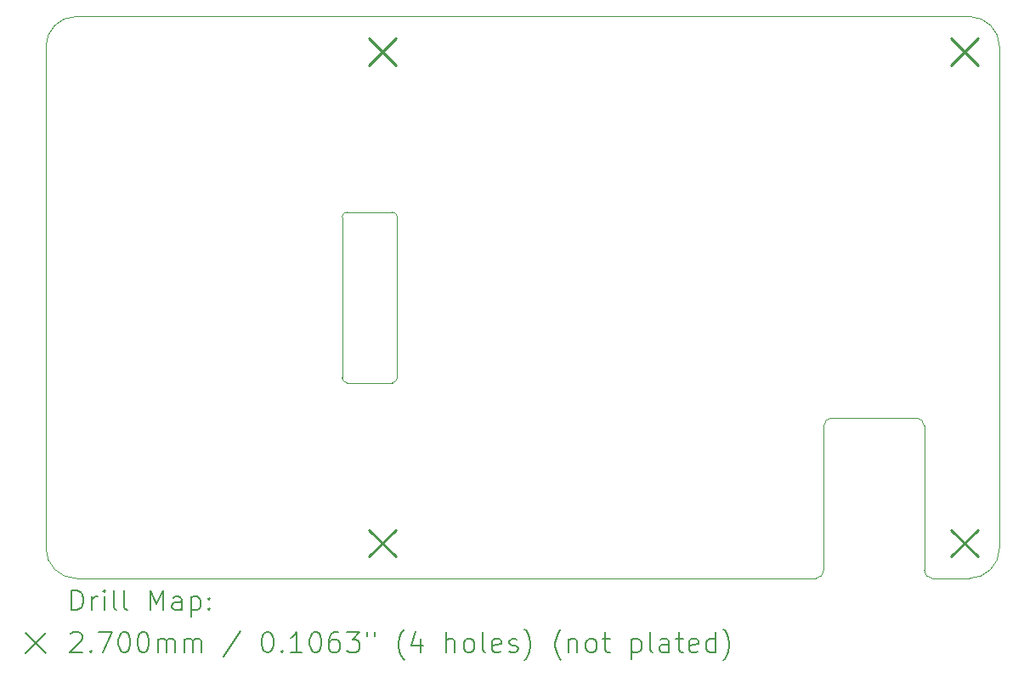
<source format=gbr>
%TF.GenerationSoftware,KiCad,Pcbnew,9.0.1-1.fc42*%
%TF.CreationDate,2025-05-14T23:42:57-05:00*%
%TF.ProjectId,cerebellum,63657265-6265-46c6-9c75-6d2e6b696361,rev?*%
%TF.SameCoordinates,Original*%
%TF.FileFunction,Drillmap*%
%TF.FilePolarity,Positive*%
%FSLAX45Y45*%
G04 Gerber Fmt 4.5, Leading zero omitted, Abs format (unit mm)*
G04 Created by KiCad (PCBNEW 9.0.1-1.fc42) date 2025-05-14 23:42:57*
%MOMM*%
%LPD*%
G01*
G04 APERTURE LIST*
%ADD10C,0.100000*%
%ADD11C,0.200000*%
%ADD12C,0.270000*%
G04 APERTURE END LIST*
D10*
X15830000Y-10000000D02*
G75*
G02*
X15750000Y-9920000I0J80000D01*
G01*
X16200000Y-4400000D02*
G75*
G02*
X16500000Y-4700000I0J-300000D01*
G01*
X16500000Y-9700000D02*
X16500000Y-4700000D01*
X14670000Y-10000000D02*
X7300000Y-10000000D01*
X15670000Y-8400000D02*
G75*
G02*
X15750000Y-8480000I0J-80000D01*
G01*
X14750000Y-9920000D02*
G75*
G02*
X14670000Y-10000000I-80000J0D01*
G01*
X7000000Y-4700000D02*
X7000000Y-9700000D01*
X10000000Y-8050000D02*
G75*
G02*
X9950000Y-8000000I0J50000D01*
G01*
X14750000Y-8480000D02*
X14750000Y-9920000D01*
X9950000Y-6400000D02*
X9950000Y-8000000D01*
X16200000Y-10000000D02*
X15830000Y-10000000D01*
X15750000Y-9920000D02*
X15750000Y-8480000D01*
X10450000Y-8050000D02*
X10000000Y-8050000D01*
X7000000Y-4700000D02*
G75*
G02*
X7300000Y-4400000I300000J0D01*
G01*
X16500000Y-9700000D02*
G75*
G02*
X16200000Y-10000000I-300000J0D01*
G01*
X10500000Y-6400000D02*
X10500000Y-8000000D01*
X9950000Y-6400000D02*
G75*
G02*
X10000000Y-6350000I50000J0D01*
G01*
X14750000Y-8480000D02*
G75*
G02*
X14830000Y-8400000I80000J0D01*
G01*
X7300000Y-10000000D02*
G75*
G02*
X7000000Y-9700000I0J300000D01*
G01*
X10000000Y-6350000D02*
X10450000Y-6350000D01*
X15670000Y-8400000D02*
X14830000Y-8400000D01*
X10500000Y-8000000D02*
G75*
G02*
X10450000Y-8050000I-50000J0D01*
G01*
X10450000Y-6350000D02*
G75*
G02*
X10500000Y-6400000I0J-50000D01*
G01*
X16200000Y-4400000D02*
X7300000Y-4400000D01*
D11*
D12*
X10215000Y-4615000D02*
X10485000Y-4885000D01*
X10485000Y-4615000D02*
X10215000Y-4885000D01*
X10215000Y-9515000D02*
X10485000Y-9785000D01*
X10485000Y-9515000D02*
X10215000Y-9785000D01*
X16015000Y-4615000D02*
X16285000Y-4885000D01*
X16285000Y-4615000D02*
X16015000Y-4885000D01*
X16015000Y-9515000D02*
X16285000Y-9785000D01*
X16285000Y-9515000D02*
X16015000Y-9785000D01*
D11*
X7255777Y-10316484D02*
X7255777Y-10116484D01*
X7255777Y-10116484D02*
X7303396Y-10116484D01*
X7303396Y-10116484D02*
X7331967Y-10126008D01*
X7331967Y-10126008D02*
X7351015Y-10145055D01*
X7351015Y-10145055D02*
X7360539Y-10164103D01*
X7360539Y-10164103D02*
X7370062Y-10202198D01*
X7370062Y-10202198D02*
X7370062Y-10230770D01*
X7370062Y-10230770D02*
X7360539Y-10268865D01*
X7360539Y-10268865D02*
X7351015Y-10287912D01*
X7351015Y-10287912D02*
X7331967Y-10306960D01*
X7331967Y-10306960D02*
X7303396Y-10316484D01*
X7303396Y-10316484D02*
X7255777Y-10316484D01*
X7455777Y-10316484D02*
X7455777Y-10183150D01*
X7455777Y-10221246D02*
X7465301Y-10202198D01*
X7465301Y-10202198D02*
X7474824Y-10192674D01*
X7474824Y-10192674D02*
X7493872Y-10183150D01*
X7493872Y-10183150D02*
X7512920Y-10183150D01*
X7579586Y-10316484D02*
X7579586Y-10183150D01*
X7579586Y-10116484D02*
X7570062Y-10126008D01*
X7570062Y-10126008D02*
X7579586Y-10135531D01*
X7579586Y-10135531D02*
X7589110Y-10126008D01*
X7589110Y-10126008D02*
X7579586Y-10116484D01*
X7579586Y-10116484D02*
X7579586Y-10135531D01*
X7703396Y-10316484D02*
X7684348Y-10306960D01*
X7684348Y-10306960D02*
X7674824Y-10287912D01*
X7674824Y-10287912D02*
X7674824Y-10116484D01*
X7808158Y-10316484D02*
X7789110Y-10306960D01*
X7789110Y-10306960D02*
X7779586Y-10287912D01*
X7779586Y-10287912D02*
X7779586Y-10116484D01*
X8036729Y-10316484D02*
X8036729Y-10116484D01*
X8036729Y-10116484D02*
X8103396Y-10259341D01*
X8103396Y-10259341D02*
X8170062Y-10116484D01*
X8170062Y-10116484D02*
X8170062Y-10316484D01*
X8351015Y-10316484D02*
X8351015Y-10211722D01*
X8351015Y-10211722D02*
X8341491Y-10192674D01*
X8341491Y-10192674D02*
X8322443Y-10183150D01*
X8322443Y-10183150D02*
X8284348Y-10183150D01*
X8284348Y-10183150D02*
X8265301Y-10192674D01*
X8351015Y-10306960D02*
X8331967Y-10316484D01*
X8331967Y-10316484D02*
X8284348Y-10316484D01*
X8284348Y-10316484D02*
X8265301Y-10306960D01*
X8265301Y-10306960D02*
X8255777Y-10287912D01*
X8255777Y-10287912D02*
X8255777Y-10268865D01*
X8255777Y-10268865D02*
X8265301Y-10249817D01*
X8265301Y-10249817D02*
X8284348Y-10240293D01*
X8284348Y-10240293D02*
X8331967Y-10240293D01*
X8331967Y-10240293D02*
X8351015Y-10230770D01*
X8446253Y-10183150D02*
X8446253Y-10383150D01*
X8446253Y-10192674D02*
X8465301Y-10183150D01*
X8465301Y-10183150D02*
X8503396Y-10183150D01*
X8503396Y-10183150D02*
X8522444Y-10192674D01*
X8522444Y-10192674D02*
X8531967Y-10202198D01*
X8531967Y-10202198D02*
X8541491Y-10221246D01*
X8541491Y-10221246D02*
X8541491Y-10278389D01*
X8541491Y-10278389D02*
X8531967Y-10297436D01*
X8531967Y-10297436D02*
X8522444Y-10306960D01*
X8522444Y-10306960D02*
X8503396Y-10316484D01*
X8503396Y-10316484D02*
X8465301Y-10316484D01*
X8465301Y-10316484D02*
X8446253Y-10306960D01*
X8627205Y-10297436D02*
X8636729Y-10306960D01*
X8636729Y-10306960D02*
X8627205Y-10316484D01*
X8627205Y-10316484D02*
X8617682Y-10306960D01*
X8617682Y-10306960D02*
X8627205Y-10297436D01*
X8627205Y-10297436D02*
X8627205Y-10316484D01*
X8627205Y-10192674D02*
X8636729Y-10202198D01*
X8636729Y-10202198D02*
X8627205Y-10211722D01*
X8627205Y-10211722D02*
X8617682Y-10202198D01*
X8617682Y-10202198D02*
X8627205Y-10192674D01*
X8627205Y-10192674D02*
X8627205Y-10211722D01*
X6795000Y-10545000D02*
X6995000Y-10745000D01*
X6995000Y-10545000D02*
X6795000Y-10745000D01*
X7246253Y-10555531D02*
X7255777Y-10546008D01*
X7255777Y-10546008D02*
X7274824Y-10536484D01*
X7274824Y-10536484D02*
X7322443Y-10536484D01*
X7322443Y-10536484D02*
X7341491Y-10546008D01*
X7341491Y-10546008D02*
X7351015Y-10555531D01*
X7351015Y-10555531D02*
X7360539Y-10574579D01*
X7360539Y-10574579D02*
X7360539Y-10593627D01*
X7360539Y-10593627D02*
X7351015Y-10622198D01*
X7351015Y-10622198D02*
X7236729Y-10736484D01*
X7236729Y-10736484D02*
X7360539Y-10736484D01*
X7446253Y-10717436D02*
X7455777Y-10726960D01*
X7455777Y-10726960D02*
X7446253Y-10736484D01*
X7446253Y-10736484D02*
X7436729Y-10726960D01*
X7436729Y-10726960D02*
X7446253Y-10717436D01*
X7446253Y-10717436D02*
X7446253Y-10736484D01*
X7522443Y-10536484D02*
X7655777Y-10536484D01*
X7655777Y-10536484D02*
X7570062Y-10736484D01*
X7770062Y-10536484D02*
X7789110Y-10536484D01*
X7789110Y-10536484D02*
X7808158Y-10546008D01*
X7808158Y-10546008D02*
X7817682Y-10555531D01*
X7817682Y-10555531D02*
X7827205Y-10574579D01*
X7827205Y-10574579D02*
X7836729Y-10612674D01*
X7836729Y-10612674D02*
X7836729Y-10660293D01*
X7836729Y-10660293D02*
X7827205Y-10698389D01*
X7827205Y-10698389D02*
X7817682Y-10717436D01*
X7817682Y-10717436D02*
X7808158Y-10726960D01*
X7808158Y-10726960D02*
X7789110Y-10736484D01*
X7789110Y-10736484D02*
X7770062Y-10736484D01*
X7770062Y-10736484D02*
X7751015Y-10726960D01*
X7751015Y-10726960D02*
X7741491Y-10717436D01*
X7741491Y-10717436D02*
X7731967Y-10698389D01*
X7731967Y-10698389D02*
X7722443Y-10660293D01*
X7722443Y-10660293D02*
X7722443Y-10612674D01*
X7722443Y-10612674D02*
X7731967Y-10574579D01*
X7731967Y-10574579D02*
X7741491Y-10555531D01*
X7741491Y-10555531D02*
X7751015Y-10546008D01*
X7751015Y-10546008D02*
X7770062Y-10536484D01*
X7960539Y-10536484D02*
X7979586Y-10536484D01*
X7979586Y-10536484D02*
X7998634Y-10546008D01*
X7998634Y-10546008D02*
X8008158Y-10555531D01*
X8008158Y-10555531D02*
X8017682Y-10574579D01*
X8017682Y-10574579D02*
X8027205Y-10612674D01*
X8027205Y-10612674D02*
X8027205Y-10660293D01*
X8027205Y-10660293D02*
X8017682Y-10698389D01*
X8017682Y-10698389D02*
X8008158Y-10717436D01*
X8008158Y-10717436D02*
X7998634Y-10726960D01*
X7998634Y-10726960D02*
X7979586Y-10736484D01*
X7979586Y-10736484D02*
X7960539Y-10736484D01*
X7960539Y-10736484D02*
X7941491Y-10726960D01*
X7941491Y-10726960D02*
X7931967Y-10717436D01*
X7931967Y-10717436D02*
X7922443Y-10698389D01*
X7922443Y-10698389D02*
X7912920Y-10660293D01*
X7912920Y-10660293D02*
X7912920Y-10612674D01*
X7912920Y-10612674D02*
X7922443Y-10574579D01*
X7922443Y-10574579D02*
X7931967Y-10555531D01*
X7931967Y-10555531D02*
X7941491Y-10546008D01*
X7941491Y-10546008D02*
X7960539Y-10536484D01*
X8112920Y-10736484D02*
X8112920Y-10603150D01*
X8112920Y-10622198D02*
X8122443Y-10612674D01*
X8122443Y-10612674D02*
X8141491Y-10603150D01*
X8141491Y-10603150D02*
X8170063Y-10603150D01*
X8170063Y-10603150D02*
X8189110Y-10612674D01*
X8189110Y-10612674D02*
X8198634Y-10631722D01*
X8198634Y-10631722D02*
X8198634Y-10736484D01*
X8198634Y-10631722D02*
X8208158Y-10612674D01*
X8208158Y-10612674D02*
X8227205Y-10603150D01*
X8227205Y-10603150D02*
X8255777Y-10603150D01*
X8255777Y-10603150D02*
X8274824Y-10612674D01*
X8274824Y-10612674D02*
X8284348Y-10631722D01*
X8284348Y-10631722D02*
X8284348Y-10736484D01*
X8379586Y-10736484D02*
X8379586Y-10603150D01*
X8379586Y-10622198D02*
X8389110Y-10612674D01*
X8389110Y-10612674D02*
X8408158Y-10603150D01*
X8408158Y-10603150D02*
X8436729Y-10603150D01*
X8436729Y-10603150D02*
X8455777Y-10612674D01*
X8455777Y-10612674D02*
X8465301Y-10631722D01*
X8465301Y-10631722D02*
X8465301Y-10736484D01*
X8465301Y-10631722D02*
X8474825Y-10612674D01*
X8474825Y-10612674D02*
X8493872Y-10603150D01*
X8493872Y-10603150D02*
X8522444Y-10603150D01*
X8522444Y-10603150D02*
X8541491Y-10612674D01*
X8541491Y-10612674D02*
X8551015Y-10631722D01*
X8551015Y-10631722D02*
X8551015Y-10736484D01*
X8941491Y-10526960D02*
X8770063Y-10784103D01*
X9198634Y-10536484D02*
X9217682Y-10536484D01*
X9217682Y-10536484D02*
X9236729Y-10546008D01*
X9236729Y-10546008D02*
X9246253Y-10555531D01*
X9246253Y-10555531D02*
X9255777Y-10574579D01*
X9255777Y-10574579D02*
X9265301Y-10612674D01*
X9265301Y-10612674D02*
X9265301Y-10660293D01*
X9265301Y-10660293D02*
X9255777Y-10698389D01*
X9255777Y-10698389D02*
X9246253Y-10717436D01*
X9246253Y-10717436D02*
X9236729Y-10726960D01*
X9236729Y-10726960D02*
X9217682Y-10736484D01*
X9217682Y-10736484D02*
X9198634Y-10736484D01*
X9198634Y-10736484D02*
X9179587Y-10726960D01*
X9179587Y-10726960D02*
X9170063Y-10717436D01*
X9170063Y-10717436D02*
X9160539Y-10698389D01*
X9160539Y-10698389D02*
X9151015Y-10660293D01*
X9151015Y-10660293D02*
X9151015Y-10612674D01*
X9151015Y-10612674D02*
X9160539Y-10574579D01*
X9160539Y-10574579D02*
X9170063Y-10555531D01*
X9170063Y-10555531D02*
X9179587Y-10546008D01*
X9179587Y-10546008D02*
X9198634Y-10536484D01*
X9351015Y-10717436D02*
X9360539Y-10726960D01*
X9360539Y-10726960D02*
X9351015Y-10736484D01*
X9351015Y-10736484D02*
X9341491Y-10726960D01*
X9341491Y-10726960D02*
X9351015Y-10717436D01*
X9351015Y-10717436D02*
X9351015Y-10736484D01*
X9551015Y-10736484D02*
X9436729Y-10736484D01*
X9493872Y-10736484D02*
X9493872Y-10536484D01*
X9493872Y-10536484D02*
X9474825Y-10565055D01*
X9474825Y-10565055D02*
X9455777Y-10584103D01*
X9455777Y-10584103D02*
X9436729Y-10593627D01*
X9674825Y-10536484D02*
X9693872Y-10536484D01*
X9693872Y-10536484D02*
X9712920Y-10546008D01*
X9712920Y-10546008D02*
X9722444Y-10555531D01*
X9722444Y-10555531D02*
X9731968Y-10574579D01*
X9731968Y-10574579D02*
X9741491Y-10612674D01*
X9741491Y-10612674D02*
X9741491Y-10660293D01*
X9741491Y-10660293D02*
X9731968Y-10698389D01*
X9731968Y-10698389D02*
X9722444Y-10717436D01*
X9722444Y-10717436D02*
X9712920Y-10726960D01*
X9712920Y-10726960D02*
X9693872Y-10736484D01*
X9693872Y-10736484D02*
X9674825Y-10736484D01*
X9674825Y-10736484D02*
X9655777Y-10726960D01*
X9655777Y-10726960D02*
X9646253Y-10717436D01*
X9646253Y-10717436D02*
X9636729Y-10698389D01*
X9636729Y-10698389D02*
X9627206Y-10660293D01*
X9627206Y-10660293D02*
X9627206Y-10612674D01*
X9627206Y-10612674D02*
X9636729Y-10574579D01*
X9636729Y-10574579D02*
X9646253Y-10555531D01*
X9646253Y-10555531D02*
X9655777Y-10546008D01*
X9655777Y-10546008D02*
X9674825Y-10536484D01*
X9912920Y-10536484D02*
X9874825Y-10536484D01*
X9874825Y-10536484D02*
X9855777Y-10546008D01*
X9855777Y-10546008D02*
X9846253Y-10555531D01*
X9846253Y-10555531D02*
X9827206Y-10584103D01*
X9827206Y-10584103D02*
X9817682Y-10622198D01*
X9817682Y-10622198D02*
X9817682Y-10698389D01*
X9817682Y-10698389D02*
X9827206Y-10717436D01*
X9827206Y-10717436D02*
X9836729Y-10726960D01*
X9836729Y-10726960D02*
X9855777Y-10736484D01*
X9855777Y-10736484D02*
X9893872Y-10736484D01*
X9893872Y-10736484D02*
X9912920Y-10726960D01*
X9912920Y-10726960D02*
X9922444Y-10717436D01*
X9922444Y-10717436D02*
X9931968Y-10698389D01*
X9931968Y-10698389D02*
X9931968Y-10650770D01*
X9931968Y-10650770D02*
X9922444Y-10631722D01*
X9922444Y-10631722D02*
X9912920Y-10622198D01*
X9912920Y-10622198D02*
X9893872Y-10612674D01*
X9893872Y-10612674D02*
X9855777Y-10612674D01*
X9855777Y-10612674D02*
X9836729Y-10622198D01*
X9836729Y-10622198D02*
X9827206Y-10631722D01*
X9827206Y-10631722D02*
X9817682Y-10650770D01*
X9998634Y-10536484D02*
X10122444Y-10536484D01*
X10122444Y-10536484D02*
X10055777Y-10612674D01*
X10055777Y-10612674D02*
X10084349Y-10612674D01*
X10084349Y-10612674D02*
X10103396Y-10622198D01*
X10103396Y-10622198D02*
X10112920Y-10631722D01*
X10112920Y-10631722D02*
X10122444Y-10650770D01*
X10122444Y-10650770D02*
X10122444Y-10698389D01*
X10122444Y-10698389D02*
X10112920Y-10717436D01*
X10112920Y-10717436D02*
X10103396Y-10726960D01*
X10103396Y-10726960D02*
X10084349Y-10736484D01*
X10084349Y-10736484D02*
X10027206Y-10736484D01*
X10027206Y-10736484D02*
X10008158Y-10726960D01*
X10008158Y-10726960D02*
X9998634Y-10717436D01*
X10198634Y-10536484D02*
X10198634Y-10574579D01*
X10274825Y-10536484D02*
X10274825Y-10574579D01*
X10570063Y-10812674D02*
X10560539Y-10803150D01*
X10560539Y-10803150D02*
X10541491Y-10774579D01*
X10541491Y-10774579D02*
X10531968Y-10755531D01*
X10531968Y-10755531D02*
X10522444Y-10726960D01*
X10522444Y-10726960D02*
X10512920Y-10679341D01*
X10512920Y-10679341D02*
X10512920Y-10641246D01*
X10512920Y-10641246D02*
X10522444Y-10593627D01*
X10522444Y-10593627D02*
X10531968Y-10565055D01*
X10531968Y-10565055D02*
X10541491Y-10546008D01*
X10541491Y-10546008D02*
X10560539Y-10517436D01*
X10560539Y-10517436D02*
X10570063Y-10507912D01*
X10731968Y-10603150D02*
X10731968Y-10736484D01*
X10684349Y-10526960D02*
X10636730Y-10669817D01*
X10636730Y-10669817D02*
X10760539Y-10669817D01*
X10989111Y-10736484D02*
X10989111Y-10536484D01*
X11074825Y-10736484D02*
X11074825Y-10631722D01*
X11074825Y-10631722D02*
X11065301Y-10612674D01*
X11065301Y-10612674D02*
X11046253Y-10603150D01*
X11046253Y-10603150D02*
X11017682Y-10603150D01*
X11017682Y-10603150D02*
X10998634Y-10612674D01*
X10998634Y-10612674D02*
X10989111Y-10622198D01*
X11198634Y-10736484D02*
X11179587Y-10726960D01*
X11179587Y-10726960D02*
X11170063Y-10717436D01*
X11170063Y-10717436D02*
X11160539Y-10698389D01*
X11160539Y-10698389D02*
X11160539Y-10641246D01*
X11160539Y-10641246D02*
X11170063Y-10622198D01*
X11170063Y-10622198D02*
X11179587Y-10612674D01*
X11179587Y-10612674D02*
X11198634Y-10603150D01*
X11198634Y-10603150D02*
X11227206Y-10603150D01*
X11227206Y-10603150D02*
X11246253Y-10612674D01*
X11246253Y-10612674D02*
X11255777Y-10622198D01*
X11255777Y-10622198D02*
X11265301Y-10641246D01*
X11265301Y-10641246D02*
X11265301Y-10698389D01*
X11265301Y-10698389D02*
X11255777Y-10717436D01*
X11255777Y-10717436D02*
X11246253Y-10726960D01*
X11246253Y-10726960D02*
X11227206Y-10736484D01*
X11227206Y-10736484D02*
X11198634Y-10736484D01*
X11379587Y-10736484D02*
X11360539Y-10726960D01*
X11360539Y-10726960D02*
X11351015Y-10707912D01*
X11351015Y-10707912D02*
X11351015Y-10536484D01*
X11531968Y-10726960D02*
X11512920Y-10736484D01*
X11512920Y-10736484D02*
X11474825Y-10736484D01*
X11474825Y-10736484D02*
X11455777Y-10726960D01*
X11455777Y-10726960D02*
X11446253Y-10707912D01*
X11446253Y-10707912D02*
X11446253Y-10631722D01*
X11446253Y-10631722D02*
X11455777Y-10612674D01*
X11455777Y-10612674D02*
X11474825Y-10603150D01*
X11474825Y-10603150D02*
X11512920Y-10603150D01*
X11512920Y-10603150D02*
X11531968Y-10612674D01*
X11531968Y-10612674D02*
X11541491Y-10631722D01*
X11541491Y-10631722D02*
X11541491Y-10650770D01*
X11541491Y-10650770D02*
X11446253Y-10669817D01*
X11617682Y-10726960D02*
X11636730Y-10736484D01*
X11636730Y-10736484D02*
X11674825Y-10736484D01*
X11674825Y-10736484D02*
X11693872Y-10726960D01*
X11693872Y-10726960D02*
X11703396Y-10707912D01*
X11703396Y-10707912D02*
X11703396Y-10698389D01*
X11703396Y-10698389D02*
X11693872Y-10679341D01*
X11693872Y-10679341D02*
X11674825Y-10669817D01*
X11674825Y-10669817D02*
X11646253Y-10669817D01*
X11646253Y-10669817D02*
X11627206Y-10660293D01*
X11627206Y-10660293D02*
X11617682Y-10641246D01*
X11617682Y-10641246D02*
X11617682Y-10631722D01*
X11617682Y-10631722D02*
X11627206Y-10612674D01*
X11627206Y-10612674D02*
X11646253Y-10603150D01*
X11646253Y-10603150D02*
X11674825Y-10603150D01*
X11674825Y-10603150D02*
X11693872Y-10612674D01*
X11770063Y-10812674D02*
X11779587Y-10803150D01*
X11779587Y-10803150D02*
X11798634Y-10774579D01*
X11798634Y-10774579D02*
X11808158Y-10755531D01*
X11808158Y-10755531D02*
X11817682Y-10726960D01*
X11817682Y-10726960D02*
X11827206Y-10679341D01*
X11827206Y-10679341D02*
X11827206Y-10641246D01*
X11827206Y-10641246D02*
X11817682Y-10593627D01*
X11817682Y-10593627D02*
X11808158Y-10565055D01*
X11808158Y-10565055D02*
X11798634Y-10546008D01*
X11798634Y-10546008D02*
X11779587Y-10517436D01*
X11779587Y-10517436D02*
X11770063Y-10507912D01*
X12131968Y-10812674D02*
X12122444Y-10803150D01*
X12122444Y-10803150D02*
X12103396Y-10774579D01*
X12103396Y-10774579D02*
X12093872Y-10755531D01*
X12093872Y-10755531D02*
X12084349Y-10726960D01*
X12084349Y-10726960D02*
X12074825Y-10679341D01*
X12074825Y-10679341D02*
X12074825Y-10641246D01*
X12074825Y-10641246D02*
X12084349Y-10593627D01*
X12084349Y-10593627D02*
X12093872Y-10565055D01*
X12093872Y-10565055D02*
X12103396Y-10546008D01*
X12103396Y-10546008D02*
X12122444Y-10517436D01*
X12122444Y-10517436D02*
X12131968Y-10507912D01*
X12208158Y-10603150D02*
X12208158Y-10736484D01*
X12208158Y-10622198D02*
X12217682Y-10612674D01*
X12217682Y-10612674D02*
X12236730Y-10603150D01*
X12236730Y-10603150D02*
X12265301Y-10603150D01*
X12265301Y-10603150D02*
X12284349Y-10612674D01*
X12284349Y-10612674D02*
X12293872Y-10631722D01*
X12293872Y-10631722D02*
X12293872Y-10736484D01*
X12417682Y-10736484D02*
X12398634Y-10726960D01*
X12398634Y-10726960D02*
X12389111Y-10717436D01*
X12389111Y-10717436D02*
X12379587Y-10698389D01*
X12379587Y-10698389D02*
X12379587Y-10641246D01*
X12379587Y-10641246D02*
X12389111Y-10622198D01*
X12389111Y-10622198D02*
X12398634Y-10612674D01*
X12398634Y-10612674D02*
X12417682Y-10603150D01*
X12417682Y-10603150D02*
X12446253Y-10603150D01*
X12446253Y-10603150D02*
X12465301Y-10612674D01*
X12465301Y-10612674D02*
X12474825Y-10622198D01*
X12474825Y-10622198D02*
X12484349Y-10641246D01*
X12484349Y-10641246D02*
X12484349Y-10698389D01*
X12484349Y-10698389D02*
X12474825Y-10717436D01*
X12474825Y-10717436D02*
X12465301Y-10726960D01*
X12465301Y-10726960D02*
X12446253Y-10736484D01*
X12446253Y-10736484D02*
X12417682Y-10736484D01*
X12541492Y-10603150D02*
X12617682Y-10603150D01*
X12570063Y-10536484D02*
X12570063Y-10707912D01*
X12570063Y-10707912D02*
X12579587Y-10726960D01*
X12579587Y-10726960D02*
X12598634Y-10736484D01*
X12598634Y-10736484D02*
X12617682Y-10736484D01*
X12836730Y-10603150D02*
X12836730Y-10803150D01*
X12836730Y-10612674D02*
X12855777Y-10603150D01*
X12855777Y-10603150D02*
X12893873Y-10603150D01*
X12893873Y-10603150D02*
X12912920Y-10612674D01*
X12912920Y-10612674D02*
X12922444Y-10622198D01*
X12922444Y-10622198D02*
X12931968Y-10641246D01*
X12931968Y-10641246D02*
X12931968Y-10698389D01*
X12931968Y-10698389D02*
X12922444Y-10717436D01*
X12922444Y-10717436D02*
X12912920Y-10726960D01*
X12912920Y-10726960D02*
X12893873Y-10736484D01*
X12893873Y-10736484D02*
X12855777Y-10736484D01*
X12855777Y-10736484D02*
X12836730Y-10726960D01*
X13046253Y-10736484D02*
X13027206Y-10726960D01*
X13027206Y-10726960D02*
X13017682Y-10707912D01*
X13017682Y-10707912D02*
X13017682Y-10536484D01*
X13208158Y-10736484D02*
X13208158Y-10631722D01*
X13208158Y-10631722D02*
X13198634Y-10612674D01*
X13198634Y-10612674D02*
X13179587Y-10603150D01*
X13179587Y-10603150D02*
X13141492Y-10603150D01*
X13141492Y-10603150D02*
X13122444Y-10612674D01*
X13208158Y-10726960D02*
X13189111Y-10736484D01*
X13189111Y-10736484D02*
X13141492Y-10736484D01*
X13141492Y-10736484D02*
X13122444Y-10726960D01*
X13122444Y-10726960D02*
X13112920Y-10707912D01*
X13112920Y-10707912D02*
X13112920Y-10688865D01*
X13112920Y-10688865D02*
X13122444Y-10669817D01*
X13122444Y-10669817D02*
X13141492Y-10660293D01*
X13141492Y-10660293D02*
X13189111Y-10660293D01*
X13189111Y-10660293D02*
X13208158Y-10650770D01*
X13274825Y-10603150D02*
X13351015Y-10603150D01*
X13303396Y-10536484D02*
X13303396Y-10707912D01*
X13303396Y-10707912D02*
X13312920Y-10726960D01*
X13312920Y-10726960D02*
X13331968Y-10736484D01*
X13331968Y-10736484D02*
X13351015Y-10736484D01*
X13493873Y-10726960D02*
X13474825Y-10736484D01*
X13474825Y-10736484D02*
X13436730Y-10736484D01*
X13436730Y-10736484D02*
X13417682Y-10726960D01*
X13417682Y-10726960D02*
X13408158Y-10707912D01*
X13408158Y-10707912D02*
X13408158Y-10631722D01*
X13408158Y-10631722D02*
X13417682Y-10612674D01*
X13417682Y-10612674D02*
X13436730Y-10603150D01*
X13436730Y-10603150D02*
X13474825Y-10603150D01*
X13474825Y-10603150D02*
X13493873Y-10612674D01*
X13493873Y-10612674D02*
X13503396Y-10631722D01*
X13503396Y-10631722D02*
X13503396Y-10650770D01*
X13503396Y-10650770D02*
X13408158Y-10669817D01*
X13674825Y-10736484D02*
X13674825Y-10536484D01*
X13674825Y-10726960D02*
X13655777Y-10736484D01*
X13655777Y-10736484D02*
X13617682Y-10736484D01*
X13617682Y-10736484D02*
X13598634Y-10726960D01*
X13598634Y-10726960D02*
X13589111Y-10717436D01*
X13589111Y-10717436D02*
X13579587Y-10698389D01*
X13579587Y-10698389D02*
X13579587Y-10641246D01*
X13579587Y-10641246D02*
X13589111Y-10622198D01*
X13589111Y-10622198D02*
X13598634Y-10612674D01*
X13598634Y-10612674D02*
X13617682Y-10603150D01*
X13617682Y-10603150D02*
X13655777Y-10603150D01*
X13655777Y-10603150D02*
X13674825Y-10612674D01*
X13751015Y-10812674D02*
X13760539Y-10803150D01*
X13760539Y-10803150D02*
X13779587Y-10774579D01*
X13779587Y-10774579D02*
X13789111Y-10755531D01*
X13789111Y-10755531D02*
X13798634Y-10726960D01*
X13798634Y-10726960D02*
X13808158Y-10679341D01*
X13808158Y-10679341D02*
X13808158Y-10641246D01*
X13808158Y-10641246D02*
X13798634Y-10593627D01*
X13798634Y-10593627D02*
X13789111Y-10565055D01*
X13789111Y-10565055D02*
X13779587Y-10546008D01*
X13779587Y-10546008D02*
X13760539Y-10517436D01*
X13760539Y-10517436D02*
X13751015Y-10507912D01*
M02*

</source>
